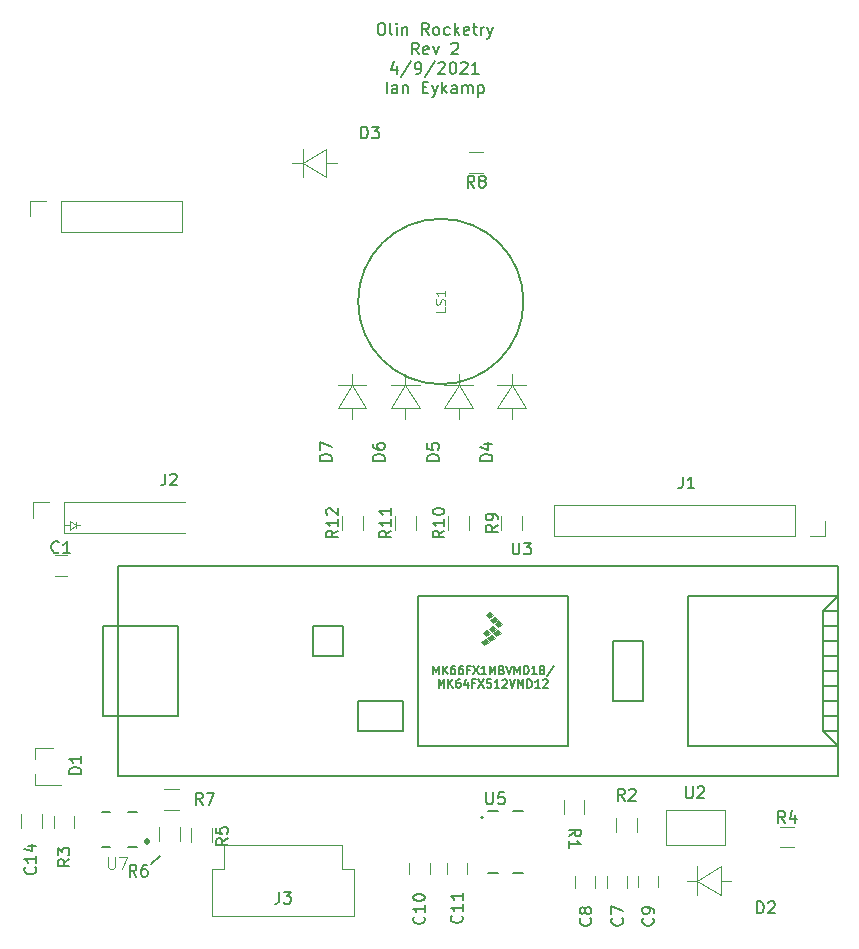
<source format=gbr>
%TF.GenerationSoftware,KiCad,Pcbnew,(5.1.7)-1*%
%TF.CreationDate,2021-04-25T20:49:28-04:00*%
%TF.ProjectId,rev2,72657632-2e6b-4696-9361-645f70636258,rev?*%
%TF.SameCoordinates,Original*%
%TF.FileFunction,Legend,Top*%
%TF.FilePolarity,Positive*%
%FSLAX46Y46*%
G04 Gerber Fmt 4.6, Leading zero omitted, Abs format (unit mm)*
G04 Created by KiCad (PCBNEW (5.1.7)-1) date 2021-04-25 20:49:28*
%MOMM*%
%LPD*%
G01*
G04 APERTURE LIST*
%ADD10C,0.200000*%
%ADD11C,0.508000*%
%ADD12C,0.120000*%
%ADD13C,0.150000*%
%ADD14C,0.127000*%
%ADD15C,0.100000*%
%ADD16C,0.015000*%
G04 APERTURE END LIST*
D10*
X117000000Y-111400000D02*
X117700000Y-110700000D01*
D11*
X116600000Y-109400000D02*
X116600000Y-109500000D01*
D12*
X110606840Y-82687160D02*
X110987840Y-82687160D01*
X109717840Y-82687160D02*
X110098840Y-82687160D01*
X110606840Y-82433160D02*
X110606840Y-82941160D01*
X110606840Y-82687160D02*
X110098840Y-82306160D01*
X110098840Y-83068160D02*
X110606840Y-82687160D01*
X110098840Y-82306160D02*
X110098840Y-83068160D01*
D13*
X136380952Y-40177380D02*
X136571428Y-40177380D01*
X136666666Y-40225000D01*
X136761904Y-40320238D01*
X136809523Y-40510714D01*
X136809523Y-40844047D01*
X136761904Y-41034523D01*
X136666666Y-41129761D01*
X136571428Y-41177380D01*
X136380952Y-41177380D01*
X136285714Y-41129761D01*
X136190476Y-41034523D01*
X136142857Y-40844047D01*
X136142857Y-40510714D01*
X136190476Y-40320238D01*
X136285714Y-40225000D01*
X136380952Y-40177380D01*
X137380952Y-41177380D02*
X137285714Y-41129761D01*
X137238095Y-41034523D01*
X137238095Y-40177380D01*
X137761904Y-41177380D02*
X137761904Y-40510714D01*
X137761904Y-40177380D02*
X137714285Y-40225000D01*
X137761904Y-40272619D01*
X137809523Y-40225000D01*
X137761904Y-40177380D01*
X137761904Y-40272619D01*
X138238095Y-40510714D02*
X138238095Y-41177380D01*
X138238095Y-40605952D02*
X138285714Y-40558333D01*
X138380952Y-40510714D01*
X138523809Y-40510714D01*
X138619047Y-40558333D01*
X138666666Y-40653571D01*
X138666666Y-41177380D01*
X140476190Y-41177380D02*
X140142857Y-40701190D01*
X139904761Y-41177380D02*
X139904761Y-40177380D01*
X140285714Y-40177380D01*
X140380952Y-40225000D01*
X140428571Y-40272619D01*
X140476190Y-40367857D01*
X140476190Y-40510714D01*
X140428571Y-40605952D01*
X140380952Y-40653571D01*
X140285714Y-40701190D01*
X139904761Y-40701190D01*
X141047619Y-41177380D02*
X140952380Y-41129761D01*
X140904761Y-41082142D01*
X140857142Y-40986904D01*
X140857142Y-40701190D01*
X140904761Y-40605952D01*
X140952380Y-40558333D01*
X141047619Y-40510714D01*
X141190476Y-40510714D01*
X141285714Y-40558333D01*
X141333333Y-40605952D01*
X141380952Y-40701190D01*
X141380952Y-40986904D01*
X141333333Y-41082142D01*
X141285714Y-41129761D01*
X141190476Y-41177380D01*
X141047619Y-41177380D01*
X142238095Y-41129761D02*
X142142857Y-41177380D01*
X141952380Y-41177380D01*
X141857142Y-41129761D01*
X141809523Y-41082142D01*
X141761904Y-40986904D01*
X141761904Y-40701190D01*
X141809523Y-40605952D01*
X141857142Y-40558333D01*
X141952380Y-40510714D01*
X142142857Y-40510714D01*
X142238095Y-40558333D01*
X142666666Y-41177380D02*
X142666666Y-40177380D01*
X142761904Y-40796428D02*
X143047619Y-41177380D01*
X143047619Y-40510714D02*
X142666666Y-40891666D01*
X143857142Y-41129761D02*
X143761904Y-41177380D01*
X143571428Y-41177380D01*
X143476190Y-41129761D01*
X143428571Y-41034523D01*
X143428571Y-40653571D01*
X143476190Y-40558333D01*
X143571428Y-40510714D01*
X143761904Y-40510714D01*
X143857142Y-40558333D01*
X143904761Y-40653571D01*
X143904761Y-40748809D01*
X143428571Y-40844047D01*
X144190476Y-40510714D02*
X144571428Y-40510714D01*
X144333333Y-40177380D02*
X144333333Y-41034523D01*
X144380952Y-41129761D01*
X144476190Y-41177380D01*
X144571428Y-41177380D01*
X144904761Y-41177380D02*
X144904761Y-40510714D01*
X144904761Y-40701190D02*
X144952380Y-40605952D01*
X145000000Y-40558333D01*
X145095238Y-40510714D01*
X145190476Y-40510714D01*
X145428571Y-40510714D02*
X145666666Y-41177380D01*
X145904761Y-40510714D02*
X145666666Y-41177380D01*
X145571428Y-41415476D01*
X145523809Y-41463095D01*
X145428571Y-41510714D01*
X139642857Y-42827380D02*
X139309523Y-42351190D01*
X139071428Y-42827380D02*
X139071428Y-41827380D01*
X139452380Y-41827380D01*
X139547619Y-41875000D01*
X139595238Y-41922619D01*
X139642857Y-42017857D01*
X139642857Y-42160714D01*
X139595238Y-42255952D01*
X139547619Y-42303571D01*
X139452380Y-42351190D01*
X139071428Y-42351190D01*
X140452380Y-42779761D02*
X140357142Y-42827380D01*
X140166666Y-42827380D01*
X140071428Y-42779761D01*
X140023809Y-42684523D01*
X140023809Y-42303571D01*
X140071428Y-42208333D01*
X140166666Y-42160714D01*
X140357142Y-42160714D01*
X140452380Y-42208333D01*
X140500000Y-42303571D01*
X140500000Y-42398809D01*
X140023809Y-42494047D01*
X140833333Y-42160714D02*
X141071428Y-42827380D01*
X141309523Y-42160714D01*
X142404761Y-41922619D02*
X142452380Y-41875000D01*
X142547619Y-41827380D01*
X142785714Y-41827380D01*
X142880952Y-41875000D01*
X142928571Y-41922619D01*
X142976190Y-42017857D01*
X142976190Y-42113095D01*
X142928571Y-42255952D01*
X142357142Y-42827380D01*
X142976190Y-42827380D01*
X137761904Y-43810714D02*
X137761904Y-44477380D01*
X137523809Y-43429761D02*
X137285714Y-44144047D01*
X137904761Y-44144047D01*
X139000000Y-43429761D02*
X138142857Y-44715476D01*
X139380952Y-44477380D02*
X139571428Y-44477380D01*
X139666666Y-44429761D01*
X139714285Y-44382142D01*
X139809523Y-44239285D01*
X139857142Y-44048809D01*
X139857142Y-43667857D01*
X139809523Y-43572619D01*
X139761904Y-43525000D01*
X139666666Y-43477380D01*
X139476190Y-43477380D01*
X139380952Y-43525000D01*
X139333333Y-43572619D01*
X139285714Y-43667857D01*
X139285714Y-43905952D01*
X139333333Y-44001190D01*
X139380952Y-44048809D01*
X139476190Y-44096428D01*
X139666666Y-44096428D01*
X139761904Y-44048809D01*
X139809523Y-44001190D01*
X139857142Y-43905952D01*
X141000000Y-43429761D02*
X140142857Y-44715476D01*
X141285714Y-43572619D02*
X141333333Y-43525000D01*
X141428571Y-43477380D01*
X141666666Y-43477380D01*
X141761904Y-43525000D01*
X141809523Y-43572619D01*
X141857142Y-43667857D01*
X141857142Y-43763095D01*
X141809523Y-43905952D01*
X141238095Y-44477380D01*
X141857142Y-44477380D01*
X142476190Y-43477380D02*
X142571428Y-43477380D01*
X142666666Y-43525000D01*
X142714285Y-43572619D01*
X142761904Y-43667857D01*
X142809523Y-43858333D01*
X142809523Y-44096428D01*
X142761904Y-44286904D01*
X142714285Y-44382142D01*
X142666666Y-44429761D01*
X142571428Y-44477380D01*
X142476190Y-44477380D01*
X142380952Y-44429761D01*
X142333333Y-44382142D01*
X142285714Y-44286904D01*
X142238095Y-44096428D01*
X142238095Y-43858333D01*
X142285714Y-43667857D01*
X142333333Y-43572619D01*
X142380952Y-43525000D01*
X142476190Y-43477380D01*
X143190476Y-43572619D02*
X143238095Y-43525000D01*
X143333333Y-43477380D01*
X143571428Y-43477380D01*
X143666666Y-43525000D01*
X143714285Y-43572619D01*
X143761904Y-43667857D01*
X143761904Y-43763095D01*
X143714285Y-43905952D01*
X143142857Y-44477380D01*
X143761904Y-44477380D01*
X144714285Y-44477380D02*
X144142857Y-44477380D01*
X144428571Y-44477380D02*
X144428571Y-43477380D01*
X144333333Y-43620238D01*
X144238095Y-43715476D01*
X144142857Y-43763095D01*
X136904761Y-46127380D02*
X136904761Y-45127380D01*
X137809523Y-46127380D02*
X137809523Y-45603571D01*
X137761904Y-45508333D01*
X137666666Y-45460714D01*
X137476190Y-45460714D01*
X137380952Y-45508333D01*
X137809523Y-46079761D02*
X137714285Y-46127380D01*
X137476190Y-46127380D01*
X137380952Y-46079761D01*
X137333333Y-45984523D01*
X137333333Y-45889285D01*
X137380952Y-45794047D01*
X137476190Y-45746428D01*
X137714285Y-45746428D01*
X137809523Y-45698809D01*
X138285714Y-45460714D02*
X138285714Y-46127380D01*
X138285714Y-45555952D02*
X138333333Y-45508333D01*
X138428571Y-45460714D01*
X138571428Y-45460714D01*
X138666666Y-45508333D01*
X138714285Y-45603571D01*
X138714285Y-46127380D01*
X139952380Y-45603571D02*
X140285714Y-45603571D01*
X140428571Y-46127380D02*
X139952380Y-46127380D01*
X139952380Y-45127380D01*
X140428571Y-45127380D01*
X140761904Y-45460714D02*
X141000000Y-46127380D01*
X141238095Y-45460714D02*
X141000000Y-46127380D01*
X140904761Y-46365476D01*
X140857142Y-46413095D01*
X140761904Y-46460714D01*
X141619047Y-46127380D02*
X141619047Y-45127380D01*
X141714285Y-45746428D02*
X142000000Y-46127380D01*
X142000000Y-45460714D02*
X141619047Y-45841666D01*
X142857142Y-46127380D02*
X142857142Y-45603571D01*
X142809523Y-45508333D01*
X142714285Y-45460714D01*
X142523809Y-45460714D01*
X142428571Y-45508333D01*
X142857142Y-46079761D02*
X142761904Y-46127380D01*
X142523809Y-46127380D01*
X142428571Y-46079761D01*
X142380952Y-45984523D01*
X142380952Y-45889285D01*
X142428571Y-45794047D01*
X142523809Y-45746428D01*
X142761904Y-45746428D01*
X142857142Y-45698809D01*
X143333333Y-46127380D02*
X143333333Y-45460714D01*
X143333333Y-45555952D02*
X143380952Y-45508333D01*
X143476190Y-45460714D01*
X143619047Y-45460714D01*
X143714285Y-45508333D01*
X143761904Y-45603571D01*
X143761904Y-46127380D01*
X143761904Y-45603571D02*
X143809523Y-45508333D01*
X143904761Y-45460714D01*
X144047619Y-45460714D01*
X144142857Y-45508333D01*
X144190476Y-45603571D01*
X144190476Y-46127380D01*
X144666666Y-45460714D02*
X144666666Y-46460714D01*
X144666666Y-45508333D02*
X144761904Y-45460714D01*
X144952380Y-45460714D01*
X145047619Y-45508333D01*
X145095238Y-45555952D01*
X145142857Y-45651190D01*
X145142857Y-45936904D01*
X145095238Y-46032142D01*
X145047619Y-46079761D01*
X144952380Y-46127380D01*
X144761904Y-46127380D01*
X144666666Y-46079761D01*
D12*
%TO.C,J3*%
X122150000Y-111775000D02*
X122150000Y-115775000D01*
X123150000Y-111775000D02*
X122150000Y-111775000D01*
X123150000Y-109775000D02*
X123150000Y-111775000D01*
X133150000Y-109775000D02*
X123150000Y-109775000D01*
X133150000Y-111775000D02*
X133150000Y-109775000D01*
X134150000Y-111775000D02*
X133150000Y-111775000D01*
X134150000Y-115775000D02*
X134150000Y-111775000D01*
X122150000Y-115775000D02*
X134150000Y-115775000D01*
%TO.C,D2*%
X165210000Y-113976000D02*
X165210000Y-112776000D01*
X163210000Y-112776000D02*
X165210000Y-113976000D01*
X165210000Y-111576000D02*
X163210000Y-112776000D01*
X165210000Y-112776000D02*
X165210000Y-111576000D01*
X163210000Y-111576000D02*
X163210000Y-113976000D01*
X163210000Y-112776000D02*
X162310000Y-112776000D01*
X165210000Y-112776000D02*
X166110000Y-112776000D01*
%TO.C,D3*%
X131800000Y-53200000D02*
X131800000Y-52000000D01*
X129800000Y-52000000D02*
X131800000Y-53200000D01*
X131800000Y-50800000D02*
X129800000Y-52000000D01*
X131800000Y-52000000D02*
X131800000Y-50800000D01*
X129800000Y-50800000D02*
X129800000Y-53200000D01*
X129800000Y-52000000D02*
X128900000Y-52000000D01*
X131800000Y-52000000D02*
X132700000Y-52000000D01*
%TO.C,D4*%
X146300000Y-72800000D02*
X147500000Y-72800000D01*
X147500000Y-70800000D02*
X146300000Y-72800000D01*
X148700000Y-72800000D02*
X147500000Y-70800000D01*
X147500000Y-72800000D02*
X148700000Y-72800000D01*
X148700000Y-70800000D02*
X146300000Y-70800000D01*
X147500000Y-70800000D02*
X147500000Y-69900000D01*
X147500000Y-72800000D02*
X147500000Y-73700000D01*
%TO.C,D5*%
X141800000Y-72800000D02*
X143000000Y-72800000D01*
X143000000Y-70800000D02*
X141800000Y-72800000D01*
X144200000Y-72800000D02*
X143000000Y-70800000D01*
X143000000Y-72800000D02*
X144200000Y-72800000D01*
X144200000Y-70800000D02*
X141800000Y-70800000D01*
X143000000Y-70800000D02*
X143000000Y-69900000D01*
X143000000Y-72800000D02*
X143000000Y-73700000D01*
%TO.C,D6*%
X137300000Y-72800000D02*
X138500000Y-72800000D01*
X138500000Y-70800000D02*
X137300000Y-72800000D01*
X139700000Y-72800000D02*
X138500000Y-70800000D01*
X138500000Y-72800000D02*
X139700000Y-72800000D01*
X139700000Y-70800000D02*
X137300000Y-70800000D01*
X138500000Y-70800000D02*
X138500000Y-69900000D01*
X138500000Y-72800000D02*
X138500000Y-73700000D01*
%TO.C,D7*%
X132800000Y-72800000D02*
X134000000Y-72800000D01*
X134000000Y-70800000D02*
X132800000Y-72800000D01*
X135200000Y-72800000D02*
X134000000Y-70800000D01*
X134000000Y-72800000D02*
X135200000Y-72800000D01*
X135200000Y-70800000D02*
X132800000Y-70800000D01*
X134000000Y-70800000D02*
X134000000Y-69900000D01*
X134000000Y-72800000D02*
X134000000Y-73700000D01*
D14*
%TO.C,LS1*%
X148500000Y-63750000D02*
G75*
G03*
X148500000Y-63750000I-7000000J0D01*
G01*
D12*
%TO.C,C7*%
X157232720Y-112377600D02*
X157232720Y-113377600D01*
X155532720Y-113377600D02*
X155532720Y-112377600D01*
%TO.C,C8*%
X152858100Y-113390300D02*
X152858100Y-112390300D01*
X154558100Y-112390300D02*
X154558100Y-113390300D01*
%TO.C,C9*%
X158214960Y-113367440D02*
X158214960Y-112367440D01*
X159914960Y-112367440D02*
X159914960Y-113367440D01*
%TO.C,R1*%
X151901000Y-105953000D02*
X151901000Y-107153000D01*
X153661000Y-107153000D02*
X153661000Y-105953000D01*
%TO.C,R2*%
X158106000Y-108677000D02*
X158106000Y-107477000D01*
X156346000Y-107477000D02*
X156346000Y-108677000D01*
%TO.C,U2*%
X165529900Y-106792900D02*
X160529900Y-106792900D01*
X165529900Y-109792900D02*
X165529900Y-106792900D01*
X160529900Y-109792900D02*
X165529900Y-109792900D01*
X160529900Y-106792900D02*
X160529900Y-109792900D01*
D15*
%TO.C,U3*%
G36*
X145923000Y-91186000D02*
G01*
X146177000Y-91440000D01*
X145796000Y-91694000D01*
X145542000Y-91440000D01*
X145923000Y-91186000D01*
G37*
X145923000Y-91186000D02*
X146177000Y-91440000D01*
X145796000Y-91694000D01*
X145542000Y-91440000D01*
X145923000Y-91186000D01*
G36*
X146050000Y-90424000D02*
G01*
X146304000Y-90678000D01*
X145923000Y-90932000D01*
X145669000Y-90678000D01*
X146050000Y-90424000D01*
G37*
X146050000Y-90424000D02*
X146304000Y-90678000D01*
X145923000Y-90932000D01*
X145669000Y-90678000D01*
X146050000Y-90424000D01*
G36*
X146304000Y-91567000D02*
G01*
X146558000Y-91821000D01*
X146177000Y-92075000D01*
X145923000Y-91821000D01*
X146304000Y-91567000D01*
G37*
X146304000Y-91567000D02*
X146558000Y-91821000D01*
X146177000Y-92075000D01*
X145923000Y-91821000D01*
X146304000Y-91567000D01*
G36*
X145796000Y-91948000D02*
G01*
X146050000Y-92202000D01*
X145669000Y-92456000D01*
X145415000Y-92202000D01*
X145796000Y-91948000D01*
G37*
X145796000Y-91948000D02*
X146050000Y-92202000D01*
X145669000Y-92456000D01*
X145415000Y-92202000D01*
X145796000Y-91948000D01*
G36*
X146431000Y-90805000D02*
G01*
X146685000Y-91059000D01*
X146304000Y-91313000D01*
X146050000Y-91059000D01*
X146431000Y-90805000D01*
G37*
X146431000Y-90805000D02*
X146685000Y-91059000D01*
X146304000Y-91313000D01*
X146050000Y-91059000D01*
X146431000Y-90805000D01*
G36*
X145288000Y-92329000D02*
G01*
X145542000Y-92583000D01*
X145161000Y-92837000D01*
X144907000Y-92583000D01*
X145288000Y-92329000D01*
G37*
X145288000Y-92329000D02*
X145542000Y-92583000D01*
X145161000Y-92837000D01*
X144907000Y-92583000D01*
X145288000Y-92329000D01*
G36*
X145415000Y-91567000D02*
G01*
X145669000Y-91821000D01*
X145288000Y-92075000D01*
X145034000Y-91821000D01*
X145415000Y-91567000D01*
G37*
X145415000Y-91567000D02*
X145669000Y-91821000D01*
X145288000Y-92075000D01*
X145034000Y-91821000D01*
X145415000Y-91567000D01*
G36*
X145669000Y-90043000D02*
G01*
X145923000Y-90297000D01*
X145542000Y-90551000D01*
X145288000Y-90297000D01*
X145669000Y-90043000D01*
G37*
X145669000Y-90043000D02*
X145923000Y-90297000D01*
X145542000Y-90551000D01*
X145288000Y-90297000D01*
X145669000Y-90043000D01*
D13*
X114173000Y-103886000D02*
X114173000Y-86106000D01*
X175133000Y-86106000D02*
X175133000Y-103886000D01*
X156083000Y-92456000D02*
X158623000Y-92456000D01*
X156083000Y-97536000D02*
X156083000Y-92456000D01*
X158623000Y-97536000D02*
X156083000Y-97536000D01*
X158623000Y-92456000D02*
X158623000Y-97536000D01*
X119253000Y-98806000D02*
X114173000Y-98806000D01*
X119253000Y-91186000D02*
X114173000Y-91186000D01*
X119253000Y-98806000D02*
X119253000Y-91186000D01*
X112903000Y-91186000D02*
X114173000Y-91186000D01*
X112903000Y-98806000D02*
X112903000Y-91186000D01*
X114173000Y-98806000D02*
X112903000Y-98806000D01*
X114173000Y-103886000D02*
X175133000Y-103886000D01*
X175133000Y-86106000D02*
X114173000Y-86106000D01*
X162433000Y-101346000D02*
X175133000Y-101346000D01*
X162433000Y-88646000D02*
X162433000Y-101346000D01*
X175133000Y-88646000D02*
X162433000Y-88646000D01*
X173863000Y-89916000D02*
X175133000Y-88646000D01*
X173863000Y-100076000D02*
X173863000Y-89916000D01*
X175133000Y-101346000D02*
X173863000Y-100076000D01*
X173863000Y-89916000D02*
X175133000Y-89916000D01*
X173863000Y-91186000D02*
X175133000Y-91186000D01*
X173863000Y-92456000D02*
X175133000Y-92456000D01*
X173863000Y-93726000D02*
X175133000Y-93726000D01*
X173863000Y-94996000D02*
X175133000Y-94996000D01*
X173863000Y-96266000D02*
X175133000Y-96266000D01*
X173863000Y-97536000D02*
X175133000Y-97536000D01*
X173863000Y-98806000D02*
X175133000Y-98806000D01*
X173863000Y-100076000D02*
X175133000Y-100076000D01*
X139573000Y-88646000D02*
X152273000Y-88646000D01*
X139573000Y-101346000D02*
X152273000Y-101346000D01*
X139573000Y-88646000D02*
X139573000Y-101346000D01*
X152273000Y-101346000D02*
X152273000Y-88646000D01*
X138303000Y-97536000D02*
X138303000Y-100076000D01*
X134493000Y-97536000D02*
X138303000Y-97536000D01*
X134493000Y-100076000D02*
X134493000Y-97536000D01*
X138303000Y-100076000D02*
X134493000Y-100076000D01*
X133223000Y-91186000D02*
X130683000Y-91186000D01*
X133223000Y-93726000D02*
X133223000Y-91186000D01*
X130683000Y-93726000D02*
X133223000Y-93726000D01*
X130683000Y-91186000D02*
X130683000Y-93726000D01*
D12*
%TO.C,C10*%
X140550000Y-112260000D02*
X140550000Y-111260000D01*
X138850000Y-111260000D02*
X138850000Y-112260000D01*
%TO.C,C11*%
X142025000Y-111260000D02*
X142025000Y-112260000D01*
X143725000Y-112260000D02*
X143725000Y-111260000D01*
D10*
%TO.C,U5*%
X145102500Y-107437500D02*
G75*
G03*
X145102500Y-107437500I-100000J0D01*
G01*
D14*
X147622500Y-112156500D02*
X148502500Y-112156500D01*
X145502500Y-112156500D02*
X146382500Y-112156500D01*
X147622500Y-106918500D02*
X148502500Y-106918500D01*
X145502500Y-106918500D02*
X146382500Y-106918500D01*
D12*
%TO.C,J2*%
X109601000Y-83372000D02*
X109601000Y-80712000D01*
X109601000Y-83372000D02*
X119821000Y-83372000D01*
X109601000Y-80712000D02*
X119821000Y-80712000D01*
X107001000Y-80712000D02*
X108331000Y-80712000D01*
X107001000Y-82042000D02*
X107001000Y-80712000D01*
X106747000Y-56540400D02*
X106747000Y-55210400D01*
X106747000Y-55210400D02*
X108077000Y-55210400D01*
X109347000Y-55210400D02*
X119567000Y-55210400D01*
X119567000Y-57870400D02*
X119567000Y-55210400D01*
X109347000Y-57870400D02*
X119567000Y-57870400D01*
X109347000Y-57870400D02*
X109347000Y-55210400D01*
%TO.C,J1*%
X171450000Y-80966000D02*
X171450000Y-83626000D01*
X171450000Y-80966000D02*
X151070000Y-80966000D01*
X151070000Y-80966000D02*
X151070000Y-83626000D01*
X171450000Y-83626000D02*
X151070000Y-83626000D01*
X174050000Y-83626000D02*
X172720000Y-83626000D01*
X174050000Y-82296000D02*
X174050000Y-83626000D01*
%TO.C,R5*%
X120356740Y-109512660D02*
X120356740Y-108312660D01*
X122116740Y-108312660D02*
X122116740Y-109512660D01*
%TO.C,C14*%
X110440840Y-108302680D02*
X110440840Y-107302680D01*
X108740840Y-107302680D02*
X108740840Y-108302680D01*
%TO.C,R6*%
X119424340Y-108261860D02*
X119424340Y-109461860D01*
X117664340Y-109461860D02*
X117664340Y-108261860D01*
%TO.C,R7*%
X119304360Y-106792920D02*
X118104360Y-106792920D01*
X118104360Y-105032920D02*
X119304360Y-105032920D01*
D10*
%TO.C,U7*%
X116707140Y-109430460D02*
G75*
G03*
X116707140Y-109430460I-100000J0D01*
G01*
D14*
X115777140Y-109955460D02*
X115037140Y-109955460D01*
X113517140Y-109955460D02*
X112777140Y-109955460D01*
X115777140Y-106955460D02*
X115037140Y-106955460D01*
X113517140Y-106955460D02*
X112777140Y-106955460D01*
D12*
%TO.C,C1*%
X108821600Y-86956000D02*
X109821600Y-86956000D01*
X109821600Y-85256000D02*
X108821600Y-85256000D01*
%TO.C,D1*%
X107174760Y-101528760D02*
X107174760Y-102458760D01*
X107174760Y-104688760D02*
X107174760Y-103758760D01*
X107174760Y-104688760D02*
X109334760Y-104688760D01*
X107174760Y-101528760D02*
X108634760Y-101528760D01*
%TO.C,R3*%
X107732720Y-107146800D02*
X107732720Y-108346800D01*
X105972720Y-108346800D02*
X105972720Y-107146800D01*
%TO.C,R4*%
X170215000Y-108213000D02*
X171415000Y-108213000D01*
X171415000Y-109973000D02*
X170215000Y-109973000D01*
%TO.C,R8*%
X143900000Y-51120000D02*
X145100000Y-51120000D01*
X145100000Y-52880000D02*
X143900000Y-52880000D01*
%TO.C,R9*%
X146620000Y-83100000D02*
X146620000Y-81900000D01*
X148380000Y-81900000D02*
X148380000Y-83100000D01*
%TO.C,R10*%
X143880000Y-81900000D02*
X143880000Y-83100000D01*
X142120000Y-83100000D02*
X142120000Y-81900000D01*
%TO.C,R11*%
X137620000Y-83100000D02*
X137620000Y-81900000D01*
X139380000Y-81900000D02*
X139380000Y-83100000D01*
%TO.C,R12*%
X134880000Y-81900000D02*
X134880000Y-83100000D01*
X133120000Y-83100000D02*
X133120000Y-81900000D01*
%TO.C,J3*%
D13*
X127816666Y-113727380D02*
X127816666Y-114441666D01*
X127769047Y-114584523D01*
X127673809Y-114679761D01*
X127530952Y-114727380D01*
X127435714Y-114727380D01*
X128197619Y-113727380D02*
X128816666Y-113727380D01*
X128483333Y-114108333D01*
X128626190Y-114108333D01*
X128721428Y-114155952D01*
X128769047Y-114203571D01*
X128816666Y-114298809D01*
X128816666Y-114536904D01*
X128769047Y-114632142D01*
X128721428Y-114679761D01*
X128626190Y-114727380D01*
X128340476Y-114727380D01*
X128245238Y-114679761D01*
X128197619Y-114632142D01*
%TO.C,D2*%
X168261904Y-115552380D02*
X168261904Y-114552380D01*
X168500000Y-114552380D01*
X168642857Y-114600000D01*
X168738095Y-114695238D01*
X168785714Y-114790476D01*
X168833333Y-114980952D01*
X168833333Y-115123809D01*
X168785714Y-115314285D01*
X168738095Y-115409523D01*
X168642857Y-115504761D01*
X168500000Y-115552380D01*
X168261904Y-115552380D01*
X169214285Y-114647619D02*
X169261904Y-114600000D01*
X169357142Y-114552380D01*
X169595238Y-114552380D01*
X169690476Y-114600000D01*
X169738095Y-114647619D01*
X169785714Y-114742857D01*
X169785714Y-114838095D01*
X169738095Y-114980952D01*
X169166666Y-115552380D01*
X169785714Y-115552380D01*
%TO.C,D3*%
X134761904Y-49952380D02*
X134761904Y-48952380D01*
X135000000Y-48952380D01*
X135142857Y-49000000D01*
X135238095Y-49095238D01*
X135285714Y-49190476D01*
X135333333Y-49380952D01*
X135333333Y-49523809D01*
X135285714Y-49714285D01*
X135238095Y-49809523D01*
X135142857Y-49904761D01*
X135000000Y-49952380D01*
X134761904Y-49952380D01*
X135666666Y-48952380D02*
X136285714Y-48952380D01*
X135952380Y-49333333D01*
X136095238Y-49333333D01*
X136190476Y-49380952D01*
X136238095Y-49428571D01*
X136285714Y-49523809D01*
X136285714Y-49761904D01*
X136238095Y-49857142D01*
X136190476Y-49904761D01*
X136095238Y-49952380D01*
X135809523Y-49952380D01*
X135714285Y-49904761D01*
X135666666Y-49857142D01*
%TO.C,D4*%
X145852380Y-77238095D02*
X144852380Y-77238095D01*
X144852380Y-77000000D01*
X144900000Y-76857142D01*
X144995238Y-76761904D01*
X145090476Y-76714285D01*
X145280952Y-76666666D01*
X145423809Y-76666666D01*
X145614285Y-76714285D01*
X145709523Y-76761904D01*
X145804761Y-76857142D01*
X145852380Y-77000000D01*
X145852380Y-77238095D01*
X145185714Y-75809523D02*
X145852380Y-75809523D01*
X144804761Y-76047619D02*
X145519047Y-76285714D01*
X145519047Y-75666666D01*
%TO.C,D5*%
X141352380Y-77238095D02*
X140352380Y-77238095D01*
X140352380Y-77000000D01*
X140400000Y-76857142D01*
X140495238Y-76761904D01*
X140590476Y-76714285D01*
X140780952Y-76666666D01*
X140923809Y-76666666D01*
X141114285Y-76714285D01*
X141209523Y-76761904D01*
X141304761Y-76857142D01*
X141352380Y-77000000D01*
X141352380Y-77238095D01*
X140352380Y-75761904D02*
X140352380Y-76238095D01*
X140828571Y-76285714D01*
X140780952Y-76238095D01*
X140733333Y-76142857D01*
X140733333Y-75904761D01*
X140780952Y-75809523D01*
X140828571Y-75761904D01*
X140923809Y-75714285D01*
X141161904Y-75714285D01*
X141257142Y-75761904D01*
X141304761Y-75809523D01*
X141352380Y-75904761D01*
X141352380Y-76142857D01*
X141304761Y-76238095D01*
X141257142Y-76285714D01*
%TO.C,D6*%
X136752380Y-77238095D02*
X135752380Y-77238095D01*
X135752380Y-77000000D01*
X135800000Y-76857142D01*
X135895238Y-76761904D01*
X135990476Y-76714285D01*
X136180952Y-76666666D01*
X136323809Y-76666666D01*
X136514285Y-76714285D01*
X136609523Y-76761904D01*
X136704761Y-76857142D01*
X136752380Y-77000000D01*
X136752380Y-77238095D01*
X135752380Y-75809523D02*
X135752380Y-76000000D01*
X135800000Y-76095238D01*
X135847619Y-76142857D01*
X135990476Y-76238095D01*
X136180952Y-76285714D01*
X136561904Y-76285714D01*
X136657142Y-76238095D01*
X136704761Y-76190476D01*
X136752380Y-76095238D01*
X136752380Y-75904761D01*
X136704761Y-75809523D01*
X136657142Y-75761904D01*
X136561904Y-75714285D01*
X136323809Y-75714285D01*
X136228571Y-75761904D01*
X136180952Y-75809523D01*
X136133333Y-75904761D01*
X136133333Y-76095238D01*
X136180952Y-76190476D01*
X136228571Y-76238095D01*
X136323809Y-76285714D01*
%TO.C,D7*%
X132252380Y-77238095D02*
X131252380Y-77238095D01*
X131252380Y-77000000D01*
X131300000Y-76857142D01*
X131395238Y-76761904D01*
X131490476Y-76714285D01*
X131680952Y-76666666D01*
X131823809Y-76666666D01*
X132014285Y-76714285D01*
X132109523Y-76761904D01*
X132204761Y-76857142D01*
X132252380Y-77000000D01*
X132252380Y-77238095D01*
X131252380Y-76333333D02*
X131252380Y-75666666D01*
X132252380Y-76095238D01*
%TO.C,LS1*%
D16*
X141856205Y-64256187D02*
X141856205Y-64631140D01*
X141068803Y-64631140D01*
X141818710Y-64031215D02*
X141856205Y-63918729D01*
X141856205Y-63731252D01*
X141818710Y-63656261D01*
X141781215Y-63618766D01*
X141706224Y-63581271D01*
X141631233Y-63581271D01*
X141556243Y-63618766D01*
X141518747Y-63656261D01*
X141481252Y-63731252D01*
X141443757Y-63881233D01*
X141406261Y-63956224D01*
X141368766Y-63993719D01*
X141293775Y-64031215D01*
X141218785Y-64031215D01*
X141143794Y-63993719D01*
X141106299Y-63956224D01*
X141068803Y-63881233D01*
X141068803Y-63693757D01*
X141106299Y-63581271D01*
X141856205Y-62831364D02*
X141856205Y-63281308D01*
X141856205Y-63056336D02*
X141068803Y-63056336D01*
X141181289Y-63131327D01*
X141256280Y-63206317D01*
X141293775Y-63281308D01*
%TO.C,C7*%
D13*
X156857142Y-115966666D02*
X156904761Y-116014285D01*
X156952380Y-116157142D01*
X156952380Y-116252380D01*
X156904761Y-116395238D01*
X156809523Y-116490476D01*
X156714285Y-116538095D01*
X156523809Y-116585714D01*
X156380952Y-116585714D01*
X156190476Y-116538095D01*
X156095238Y-116490476D01*
X156000000Y-116395238D01*
X155952380Y-116252380D01*
X155952380Y-116157142D01*
X156000000Y-116014285D01*
X156047619Y-115966666D01*
X155952380Y-115633333D02*
X155952380Y-114966666D01*
X156952380Y-115395238D01*
%TO.C,C8*%
X154157142Y-115966666D02*
X154204761Y-116014285D01*
X154252380Y-116157142D01*
X154252380Y-116252380D01*
X154204761Y-116395238D01*
X154109523Y-116490476D01*
X154014285Y-116538095D01*
X153823809Y-116585714D01*
X153680952Y-116585714D01*
X153490476Y-116538095D01*
X153395238Y-116490476D01*
X153300000Y-116395238D01*
X153252380Y-116252380D01*
X153252380Y-116157142D01*
X153300000Y-116014285D01*
X153347619Y-115966666D01*
X153680952Y-115395238D02*
X153633333Y-115490476D01*
X153585714Y-115538095D01*
X153490476Y-115585714D01*
X153442857Y-115585714D01*
X153347619Y-115538095D01*
X153300000Y-115490476D01*
X153252380Y-115395238D01*
X153252380Y-115204761D01*
X153300000Y-115109523D01*
X153347619Y-115061904D01*
X153442857Y-115014285D01*
X153490476Y-115014285D01*
X153585714Y-115061904D01*
X153633333Y-115109523D01*
X153680952Y-115204761D01*
X153680952Y-115395238D01*
X153728571Y-115490476D01*
X153776190Y-115538095D01*
X153871428Y-115585714D01*
X154061904Y-115585714D01*
X154157142Y-115538095D01*
X154204761Y-115490476D01*
X154252380Y-115395238D01*
X154252380Y-115204761D01*
X154204761Y-115109523D01*
X154157142Y-115061904D01*
X154061904Y-115014285D01*
X153871428Y-115014285D01*
X153776190Y-115061904D01*
X153728571Y-115109523D01*
X153680952Y-115204761D01*
%TO.C,C9*%
X159457142Y-115966666D02*
X159504761Y-116014285D01*
X159552380Y-116157142D01*
X159552380Y-116252380D01*
X159504761Y-116395238D01*
X159409523Y-116490476D01*
X159314285Y-116538095D01*
X159123809Y-116585714D01*
X158980952Y-116585714D01*
X158790476Y-116538095D01*
X158695238Y-116490476D01*
X158600000Y-116395238D01*
X158552380Y-116252380D01*
X158552380Y-116157142D01*
X158600000Y-116014285D01*
X158647619Y-115966666D01*
X159552380Y-115490476D02*
X159552380Y-115300000D01*
X159504761Y-115204761D01*
X159457142Y-115157142D01*
X159314285Y-115061904D01*
X159123809Y-115014285D01*
X158742857Y-115014285D01*
X158647619Y-115061904D01*
X158600000Y-115109523D01*
X158552380Y-115204761D01*
X158552380Y-115395238D01*
X158600000Y-115490476D01*
X158647619Y-115538095D01*
X158742857Y-115585714D01*
X158980952Y-115585714D01*
X159076190Y-115538095D01*
X159123809Y-115490476D01*
X159171428Y-115395238D01*
X159171428Y-115204761D01*
X159123809Y-115109523D01*
X159076190Y-115061904D01*
X158980952Y-115014285D01*
%TO.C,R1*%
X152347619Y-109033333D02*
X152823809Y-108700000D01*
X152347619Y-108461904D02*
X153347619Y-108461904D01*
X153347619Y-108842857D01*
X153300000Y-108938095D01*
X153252380Y-108985714D01*
X153157142Y-109033333D01*
X153014285Y-109033333D01*
X152919047Y-108985714D01*
X152871428Y-108938095D01*
X152823809Y-108842857D01*
X152823809Y-108461904D01*
X152347619Y-109985714D02*
X152347619Y-109414285D01*
X152347619Y-109700000D02*
X153347619Y-109700000D01*
X153204761Y-109604761D01*
X153109523Y-109509523D01*
X153061904Y-109414285D01*
%TO.C,R2*%
X157059333Y-106014780D02*
X156726000Y-105538590D01*
X156487904Y-106014780D02*
X156487904Y-105014780D01*
X156868857Y-105014780D01*
X156964095Y-105062400D01*
X157011714Y-105110019D01*
X157059333Y-105205257D01*
X157059333Y-105348114D01*
X157011714Y-105443352D01*
X156964095Y-105490971D01*
X156868857Y-105538590D01*
X156487904Y-105538590D01*
X157440285Y-105110019D02*
X157487904Y-105062400D01*
X157583142Y-105014780D01*
X157821238Y-105014780D01*
X157916476Y-105062400D01*
X157964095Y-105110019D01*
X158011714Y-105205257D01*
X158011714Y-105300495D01*
X157964095Y-105443352D01*
X157392666Y-106014780D01*
X158011714Y-106014780D01*
%TO.C,U2*%
X162255295Y-104811580D02*
X162255295Y-105621104D01*
X162302914Y-105716342D01*
X162350533Y-105763961D01*
X162445771Y-105811580D01*
X162636247Y-105811580D01*
X162731485Y-105763961D01*
X162779104Y-105716342D01*
X162826723Y-105621104D01*
X162826723Y-104811580D01*
X163255295Y-104906819D02*
X163302914Y-104859200D01*
X163398152Y-104811580D01*
X163636247Y-104811580D01*
X163731485Y-104859200D01*
X163779104Y-104906819D01*
X163826723Y-105002057D01*
X163826723Y-105097295D01*
X163779104Y-105240152D01*
X163207676Y-105811580D01*
X163826723Y-105811580D01*
%TO.C,U3*%
X147574095Y-84161380D02*
X147574095Y-84970904D01*
X147621714Y-85066142D01*
X147669333Y-85113761D01*
X147764571Y-85161380D01*
X147955047Y-85161380D01*
X148050285Y-85113761D01*
X148097904Y-85066142D01*
X148145523Y-84970904D01*
X148145523Y-84161380D01*
X148526476Y-84161380D02*
X149145523Y-84161380D01*
X148812190Y-84542333D01*
X148955047Y-84542333D01*
X149050285Y-84589952D01*
X149097904Y-84637571D01*
X149145523Y-84732809D01*
X149145523Y-84970904D01*
X149097904Y-85066142D01*
X149050285Y-85113761D01*
X148955047Y-85161380D01*
X148669333Y-85161380D01*
X148574095Y-85113761D01*
X148526476Y-85066142D01*
X140873000Y-95312666D02*
X140873000Y-94612666D01*
X141106333Y-95112666D01*
X141339666Y-94612666D01*
X141339666Y-95312666D01*
X141673000Y-95312666D02*
X141673000Y-94612666D01*
X142073000Y-95312666D02*
X141773000Y-94912666D01*
X142073000Y-94612666D02*
X141673000Y-95012666D01*
X142673000Y-94612666D02*
X142539666Y-94612666D01*
X142473000Y-94646000D01*
X142439666Y-94679333D01*
X142373000Y-94779333D01*
X142339666Y-94912666D01*
X142339666Y-95179333D01*
X142373000Y-95246000D01*
X142406333Y-95279333D01*
X142473000Y-95312666D01*
X142606333Y-95312666D01*
X142673000Y-95279333D01*
X142706333Y-95246000D01*
X142739666Y-95179333D01*
X142739666Y-95012666D01*
X142706333Y-94946000D01*
X142673000Y-94912666D01*
X142606333Y-94879333D01*
X142473000Y-94879333D01*
X142406333Y-94912666D01*
X142373000Y-94946000D01*
X142339666Y-95012666D01*
X143339666Y-94612666D02*
X143206333Y-94612666D01*
X143139666Y-94646000D01*
X143106333Y-94679333D01*
X143039666Y-94779333D01*
X143006333Y-94912666D01*
X143006333Y-95179333D01*
X143039666Y-95246000D01*
X143073000Y-95279333D01*
X143139666Y-95312666D01*
X143273000Y-95312666D01*
X143339666Y-95279333D01*
X143373000Y-95246000D01*
X143406333Y-95179333D01*
X143406333Y-95012666D01*
X143373000Y-94946000D01*
X143339666Y-94912666D01*
X143273000Y-94879333D01*
X143139666Y-94879333D01*
X143073000Y-94912666D01*
X143039666Y-94946000D01*
X143006333Y-95012666D01*
X143939666Y-94946000D02*
X143706333Y-94946000D01*
X143706333Y-95312666D02*
X143706333Y-94612666D01*
X144039666Y-94612666D01*
X144239666Y-94612666D02*
X144706333Y-95312666D01*
X144706333Y-94612666D02*
X144239666Y-95312666D01*
X145339666Y-95312666D02*
X144939666Y-95312666D01*
X145139666Y-95312666D02*
X145139666Y-94612666D01*
X145073000Y-94712666D01*
X145006333Y-94779333D01*
X144939666Y-94812666D01*
X145639666Y-95312666D02*
X145639666Y-94612666D01*
X145873000Y-95112666D01*
X146106333Y-94612666D01*
X146106333Y-95312666D01*
X146673000Y-94946000D02*
X146773000Y-94979333D01*
X146806333Y-95012666D01*
X146839666Y-95079333D01*
X146839666Y-95179333D01*
X146806333Y-95246000D01*
X146773000Y-95279333D01*
X146706333Y-95312666D01*
X146439666Y-95312666D01*
X146439666Y-94612666D01*
X146673000Y-94612666D01*
X146739666Y-94646000D01*
X146773000Y-94679333D01*
X146806333Y-94746000D01*
X146806333Y-94812666D01*
X146773000Y-94879333D01*
X146739666Y-94912666D01*
X146673000Y-94946000D01*
X146439666Y-94946000D01*
X147039666Y-94612666D02*
X147273000Y-95312666D01*
X147506333Y-94612666D01*
X147739666Y-95312666D02*
X147739666Y-94612666D01*
X147973000Y-95112666D01*
X148206333Y-94612666D01*
X148206333Y-95312666D01*
X148539666Y-95312666D02*
X148539666Y-94612666D01*
X148706333Y-94612666D01*
X148806333Y-94646000D01*
X148873000Y-94712666D01*
X148906333Y-94779333D01*
X148939666Y-94912666D01*
X148939666Y-95012666D01*
X148906333Y-95146000D01*
X148873000Y-95212666D01*
X148806333Y-95279333D01*
X148706333Y-95312666D01*
X148539666Y-95312666D01*
X149606333Y-95312666D02*
X149206333Y-95312666D01*
X149406333Y-95312666D02*
X149406333Y-94612666D01*
X149339666Y-94712666D01*
X149273000Y-94779333D01*
X149206333Y-94812666D01*
X150006333Y-94912666D02*
X149939666Y-94879333D01*
X149906333Y-94846000D01*
X149873000Y-94779333D01*
X149873000Y-94746000D01*
X149906333Y-94679333D01*
X149939666Y-94646000D01*
X150006333Y-94612666D01*
X150139666Y-94612666D01*
X150206333Y-94646000D01*
X150239666Y-94679333D01*
X150273000Y-94746000D01*
X150273000Y-94779333D01*
X150239666Y-94846000D01*
X150206333Y-94879333D01*
X150139666Y-94912666D01*
X150006333Y-94912666D01*
X149939666Y-94946000D01*
X149906333Y-94979333D01*
X149873000Y-95046000D01*
X149873000Y-95179333D01*
X149906333Y-95246000D01*
X149939666Y-95279333D01*
X150006333Y-95312666D01*
X150139666Y-95312666D01*
X150206333Y-95279333D01*
X150239666Y-95246000D01*
X150273000Y-95179333D01*
X150273000Y-95046000D01*
X150239666Y-94979333D01*
X150206333Y-94946000D01*
X150139666Y-94912666D01*
X151073000Y-94579333D02*
X150473000Y-95479333D01*
X141323000Y-96455666D02*
X141323000Y-95755666D01*
X141556333Y-96255666D01*
X141789666Y-95755666D01*
X141789666Y-96455666D01*
X142123000Y-96455666D02*
X142123000Y-95755666D01*
X142523000Y-96455666D02*
X142223000Y-96055666D01*
X142523000Y-95755666D02*
X142123000Y-96155666D01*
X143123000Y-95755666D02*
X142989666Y-95755666D01*
X142923000Y-95789000D01*
X142889666Y-95822333D01*
X142823000Y-95922333D01*
X142789666Y-96055666D01*
X142789666Y-96322333D01*
X142823000Y-96389000D01*
X142856333Y-96422333D01*
X142923000Y-96455666D01*
X143056333Y-96455666D01*
X143123000Y-96422333D01*
X143156333Y-96389000D01*
X143189666Y-96322333D01*
X143189666Y-96155666D01*
X143156333Y-96089000D01*
X143123000Y-96055666D01*
X143056333Y-96022333D01*
X142923000Y-96022333D01*
X142856333Y-96055666D01*
X142823000Y-96089000D01*
X142789666Y-96155666D01*
X143789666Y-95989000D02*
X143789666Y-96455666D01*
X143623000Y-95722333D02*
X143456333Y-96222333D01*
X143889666Y-96222333D01*
X144389666Y-96089000D02*
X144156333Y-96089000D01*
X144156333Y-96455666D02*
X144156333Y-95755666D01*
X144489666Y-95755666D01*
X144689666Y-95755666D02*
X145156333Y-96455666D01*
X145156333Y-95755666D02*
X144689666Y-96455666D01*
X145756333Y-95755666D02*
X145423000Y-95755666D01*
X145389666Y-96089000D01*
X145423000Y-96055666D01*
X145489666Y-96022333D01*
X145656333Y-96022333D01*
X145723000Y-96055666D01*
X145756333Y-96089000D01*
X145789666Y-96155666D01*
X145789666Y-96322333D01*
X145756333Y-96389000D01*
X145723000Y-96422333D01*
X145656333Y-96455666D01*
X145489666Y-96455666D01*
X145423000Y-96422333D01*
X145389666Y-96389000D01*
X146456333Y-96455666D02*
X146056333Y-96455666D01*
X146256333Y-96455666D02*
X146256333Y-95755666D01*
X146189666Y-95855666D01*
X146123000Y-95922333D01*
X146056333Y-95955666D01*
X146723000Y-95822333D02*
X146756333Y-95789000D01*
X146823000Y-95755666D01*
X146989666Y-95755666D01*
X147056333Y-95789000D01*
X147089666Y-95822333D01*
X147123000Y-95889000D01*
X147123000Y-95955666D01*
X147089666Y-96055666D01*
X146689666Y-96455666D01*
X147123000Y-96455666D01*
X147323000Y-95755666D02*
X147556333Y-96455666D01*
X147789666Y-95755666D01*
X148023000Y-96455666D02*
X148023000Y-95755666D01*
X148256333Y-96255666D01*
X148489666Y-95755666D01*
X148489666Y-96455666D01*
X148823000Y-96455666D02*
X148823000Y-95755666D01*
X148989666Y-95755666D01*
X149089666Y-95789000D01*
X149156333Y-95855666D01*
X149189666Y-95922333D01*
X149223000Y-96055666D01*
X149223000Y-96155666D01*
X149189666Y-96289000D01*
X149156333Y-96355666D01*
X149089666Y-96422333D01*
X148989666Y-96455666D01*
X148823000Y-96455666D01*
X149889666Y-96455666D02*
X149489666Y-96455666D01*
X149689666Y-96455666D02*
X149689666Y-95755666D01*
X149623000Y-95855666D01*
X149556333Y-95922333D01*
X149489666Y-95955666D01*
X150156333Y-95822333D02*
X150189666Y-95789000D01*
X150256333Y-95755666D01*
X150423000Y-95755666D01*
X150489666Y-95789000D01*
X150523000Y-95822333D01*
X150556333Y-95889000D01*
X150556333Y-95955666D01*
X150523000Y-96055666D01*
X150123000Y-96455666D01*
X150556333Y-96455666D01*
%TO.C,C10*%
X140057142Y-115842857D02*
X140104761Y-115890476D01*
X140152380Y-116033333D01*
X140152380Y-116128571D01*
X140104761Y-116271428D01*
X140009523Y-116366666D01*
X139914285Y-116414285D01*
X139723809Y-116461904D01*
X139580952Y-116461904D01*
X139390476Y-116414285D01*
X139295238Y-116366666D01*
X139200000Y-116271428D01*
X139152380Y-116128571D01*
X139152380Y-116033333D01*
X139200000Y-115890476D01*
X139247619Y-115842857D01*
X140152380Y-114890476D02*
X140152380Y-115461904D01*
X140152380Y-115176190D02*
X139152380Y-115176190D01*
X139295238Y-115271428D01*
X139390476Y-115366666D01*
X139438095Y-115461904D01*
X139152380Y-114271428D02*
X139152380Y-114176190D01*
X139200000Y-114080952D01*
X139247619Y-114033333D01*
X139342857Y-113985714D01*
X139533333Y-113938095D01*
X139771428Y-113938095D01*
X139961904Y-113985714D01*
X140057142Y-114033333D01*
X140104761Y-114080952D01*
X140152380Y-114176190D01*
X140152380Y-114271428D01*
X140104761Y-114366666D01*
X140057142Y-114414285D01*
X139961904Y-114461904D01*
X139771428Y-114509523D01*
X139533333Y-114509523D01*
X139342857Y-114461904D01*
X139247619Y-114414285D01*
X139200000Y-114366666D01*
X139152380Y-114271428D01*
%TO.C,C11*%
X143257142Y-115742857D02*
X143304761Y-115790476D01*
X143352380Y-115933333D01*
X143352380Y-116028571D01*
X143304761Y-116171428D01*
X143209523Y-116266666D01*
X143114285Y-116314285D01*
X142923809Y-116361904D01*
X142780952Y-116361904D01*
X142590476Y-116314285D01*
X142495238Y-116266666D01*
X142400000Y-116171428D01*
X142352380Y-116028571D01*
X142352380Y-115933333D01*
X142400000Y-115790476D01*
X142447619Y-115742857D01*
X143352380Y-114790476D02*
X143352380Y-115361904D01*
X143352380Y-115076190D02*
X142352380Y-115076190D01*
X142495238Y-115171428D01*
X142590476Y-115266666D01*
X142638095Y-115361904D01*
X143352380Y-113838095D02*
X143352380Y-114409523D01*
X143352380Y-114123809D02*
X142352380Y-114123809D01*
X142495238Y-114219047D01*
X142590476Y-114314285D01*
X142638095Y-114409523D01*
%TO.C,U5*%
X145351595Y-105306880D02*
X145351595Y-106116404D01*
X145399214Y-106211642D01*
X145446833Y-106259261D01*
X145542071Y-106306880D01*
X145732547Y-106306880D01*
X145827785Y-106259261D01*
X145875404Y-106211642D01*
X145923023Y-106116404D01*
X145923023Y-105306880D01*
X146875404Y-105306880D02*
X146399214Y-105306880D01*
X146351595Y-105783071D01*
X146399214Y-105735452D01*
X146494452Y-105687833D01*
X146732547Y-105687833D01*
X146827785Y-105735452D01*
X146875404Y-105783071D01*
X146923023Y-105878309D01*
X146923023Y-106116404D01*
X146875404Y-106211642D01*
X146827785Y-106259261D01*
X146732547Y-106306880D01*
X146494452Y-106306880D01*
X146399214Y-106259261D01*
X146351595Y-106211642D01*
%TO.C,J2*%
X118157666Y-78319380D02*
X118157666Y-79033666D01*
X118110047Y-79176523D01*
X118014809Y-79271761D01*
X117871952Y-79319380D01*
X117776714Y-79319380D01*
X118586238Y-78414619D02*
X118633857Y-78367000D01*
X118729095Y-78319380D01*
X118967190Y-78319380D01*
X119062428Y-78367000D01*
X119110047Y-78414619D01*
X119157666Y-78509857D01*
X119157666Y-78605095D01*
X119110047Y-78747952D01*
X118538619Y-79319380D01*
X119157666Y-79319380D01*
%TO.C,J1*%
X161972666Y-78573380D02*
X161972666Y-79287666D01*
X161925047Y-79430523D01*
X161829809Y-79525761D01*
X161686952Y-79573380D01*
X161591714Y-79573380D01*
X162972666Y-79573380D02*
X162401238Y-79573380D01*
X162686952Y-79573380D02*
X162686952Y-78573380D01*
X162591714Y-78716238D01*
X162496476Y-78811476D01*
X162401238Y-78859095D01*
%TO.C,R5*%
X123467120Y-109206326D02*
X122990930Y-109539660D01*
X123467120Y-109777755D02*
X122467120Y-109777755D01*
X122467120Y-109396802D01*
X122514740Y-109301564D01*
X122562359Y-109253945D01*
X122657597Y-109206326D01*
X122800454Y-109206326D01*
X122895692Y-109253945D01*
X122943311Y-109301564D01*
X122990930Y-109396802D01*
X122990930Y-109777755D01*
X122467120Y-108301564D02*
X122467120Y-108777755D01*
X122943311Y-108825374D01*
X122895692Y-108777755D01*
X122848073Y-108682517D01*
X122848073Y-108444421D01*
X122895692Y-108349183D01*
X122943311Y-108301564D01*
X123038549Y-108253945D01*
X123276644Y-108253945D01*
X123371882Y-108301564D01*
X123419501Y-108349183D01*
X123467120Y-108444421D01*
X123467120Y-108682517D01*
X123419501Y-108777755D01*
X123371882Y-108825374D01*
%TO.C,C14*%
X107157142Y-111642857D02*
X107204761Y-111690476D01*
X107252380Y-111833333D01*
X107252380Y-111928571D01*
X107204761Y-112071428D01*
X107109523Y-112166666D01*
X107014285Y-112214285D01*
X106823809Y-112261904D01*
X106680952Y-112261904D01*
X106490476Y-112214285D01*
X106395238Y-112166666D01*
X106300000Y-112071428D01*
X106252380Y-111928571D01*
X106252380Y-111833333D01*
X106300000Y-111690476D01*
X106347619Y-111642857D01*
X107252380Y-110690476D02*
X107252380Y-111261904D01*
X107252380Y-110976190D02*
X106252380Y-110976190D01*
X106395238Y-111071428D01*
X106490476Y-111166666D01*
X106538095Y-111261904D01*
X106585714Y-109833333D02*
X107252380Y-109833333D01*
X106204761Y-110071428D02*
X106919047Y-110309523D01*
X106919047Y-109690476D01*
%TO.C,R6*%
X115733333Y-112452380D02*
X115400000Y-111976190D01*
X115161904Y-112452380D02*
X115161904Y-111452380D01*
X115542857Y-111452380D01*
X115638095Y-111500000D01*
X115685714Y-111547619D01*
X115733333Y-111642857D01*
X115733333Y-111785714D01*
X115685714Y-111880952D01*
X115638095Y-111928571D01*
X115542857Y-111976190D01*
X115161904Y-111976190D01*
X116590476Y-111452380D02*
X116400000Y-111452380D01*
X116304761Y-111500000D01*
X116257142Y-111547619D01*
X116161904Y-111690476D01*
X116114285Y-111880952D01*
X116114285Y-112261904D01*
X116161904Y-112357142D01*
X116209523Y-112404761D01*
X116304761Y-112452380D01*
X116495238Y-112452380D01*
X116590476Y-112404761D01*
X116638095Y-112357142D01*
X116685714Y-112261904D01*
X116685714Y-112023809D01*
X116638095Y-111928571D01*
X116590476Y-111880952D01*
X116495238Y-111833333D01*
X116304761Y-111833333D01*
X116209523Y-111880952D01*
X116161904Y-111928571D01*
X116114285Y-112023809D01*
%TO.C,R7*%
X121333333Y-106352380D02*
X121000000Y-105876190D01*
X120761904Y-106352380D02*
X120761904Y-105352380D01*
X121142857Y-105352380D01*
X121238095Y-105400000D01*
X121285714Y-105447619D01*
X121333333Y-105542857D01*
X121333333Y-105685714D01*
X121285714Y-105780952D01*
X121238095Y-105828571D01*
X121142857Y-105876190D01*
X120761904Y-105876190D01*
X121666666Y-105352380D02*
X122333333Y-105352380D01*
X121904761Y-106352380D01*
%TO.C,U7*%
D16*
X113340235Y-110792840D02*
X113340235Y-111602364D01*
X113387854Y-111697602D01*
X113435473Y-111745221D01*
X113530711Y-111792840D01*
X113721187Y-111792840D01*
X113816425Y-111745221D01*
X113864044Y-111697602D01*
X113911663Y-111602364D01*
X113911663Y-110792840D01*
X114292616Y-110792840D02*
X114959282Y-110792840D01*
X114530711Y-111792840D01*
%TO.C,C1*%
D13*
X109154933Y-84963142D02*
X109107314Y-85010761D01*
X108964457Y-85058380D01*
X108869219Y-85058380D01*
X108726361Y-85010761D01*
X108631123Y-84915523D01*
X108583504Y-84820285D01*
X108535885Y-84629809D01*
X108535885Y-84486952D01*
X108583504Y-84296476D01*
X108631123Y-84201238D01*
X108726361Y-84106000D01*
X108869219Y-84058380D01*
X108964457Y-84058380D01*
X109107314Y-84106000D01*
X109154933Y-84153619D01*
X110107314Y-85058380D02*
X109535885Y-85058380D01*
X109821600Y-85058380D02*
X109821600Y-84058380D01*
X109726361Y-84201238D01*
X109631123Y-84296476D01*
X109535885Y-84344095D01*
%TO.C,D1*%
X111052380Y-103738095D02*
X110052380Y-103738095D01*
X110052380Y-103500000D01*
X110100000Y-103357142D01*
X110195238Y-103261904D01*
X110290476Y-103214285D01*
X110480952Y-103166666D01*
X110623809Y-103166666D01*
X110814285Y-103214285D01*
X110909523Y-103261904D01*
X111004761Y-103357142D01*
X111052380Y-103500000D01*
X111052380Y-103738095D01*
X111052380Y-102214285D02*
X111052380Y-102785714D01*
X111052380Y-102500000D02*
X110052380Y-102500000D01*
X110195238Y-102595238D01*
X110290476Y-102690476D01*
X110338095Y-102785714D01*
%TO.C,R3*%
X110052380Y-110966666D02*
X109576190Y-111300000D01*
X110052380Y-111538095D02*
X109052380Y-111538095D01*
X109052380Y-111157142D01*
X109100000Y-111061904D01*
X109147619Y-111014285D01*
X109242857Y-110966666D01*
X109385714Y-110966666D01*
X109480952Y-111014285D01*
X109528571Y-111061904D01*
X109576190Y-111157142D01*
X109576190Y-111538095D01*
X109052380Y-110633333D02*
X109052380Y-110014285D01*
X109433333Y-110347619D01*
X109433333Y-110204761D01*
X109480952Y-110109523D01*
X109528571Y-110061904D01*
X109623809Y-110014285D01*
X109861904Y-110014285D01*
X109957142Y-110061904D01*
X110004761Y-110109523D01*
X110052380Y-110204761D01*
X110052380Y-110490476D01*
X110004761Y-110585714D01*
X109957142Y-110633333D01*
%TO.C,R4*%
X170648333Y-107895380D02*
X170315000Y-107419190D01*
X170076904Y-107895380D02*
X170076904Y-106895380D01*
X170457857Y-106895380D01*
X170553095Y-106943000D01*
X170600714Y-106990619D01*
X170648333Y-107085857D01*
X170648333Y-107228714D01*
X170600714Y-107323952D01*
X170553095Y-107371571D01*
X170457857Y-107419190D01*
X170076904Y-107419190D01*
X171505476Y-107228714D02*
X171505476Y-107895380D01*
X171267380Y-106847761D02*
X171029285Y-107562047D01*
X171648333Y-107562047D01*
%TO.C,R8*%
X144333333Y-54102380D02*
X144000000Y-53626190D01*
X143761904Y-54102380D02*
X143761904Y-53102380D01*
X144142857Y-53102380D01*
X144238095Y-53150000D01*
X144285714Y-53197619D01*
X144333333Y-53292857D01*
X144333333Y-53435714D01*
X144285714Y-53530952D01*
X144238095Y-53578571D01*
X144142857Y-53626190D01*
X143761904Y-53626190D01*
X144904761Y-53530952D02*
X144809523Y-53483333D01*
X144761904Y-53435714D01*
X144714285Y-53340476D01*
X144714285Y-53292857D01*
X144761904Y-53197619D01*
X144809523Y-53150000D01*
X144904761Y-53102380D01*
X145095238Y-53102380D01*
X145190476Y-53150000D01*
X145238095Y-53197619D01*
X145285714Y-53292857D01*
X145285714Y-53340476D01*
X145238095Y-53435714D01*
X145190476Y-53483333D01*
X145095238Y-53530952D01*
X144904761Y-53530952D01*
X144809523Y-53578571D01*
X144761904Y-53626190D01*
X144714285Y-53721428D01*
X144714285Y-53911904D01*
X144761904Y-54007142D01*
X144809523Y-54054761D01*
X144904761Y-54102380D01*
X145095238Y-54102380D01*
X145190476Y-54054761D01*
X145238095Y-54007142D01*
X145285714Y-53911904D01*
X145285714Y-53721428D01*
X145238095Y-53626190D01*
X145190476Y-53578571D01*
X145095238Y-53530952D01*
%TO.C,R9*%
X146302380Y-82666666D02*
X145826190Y-83000000D01*
X146302380Y-83238095D02*
X145302380Y-83238095D01*
X145302380Y-82857142D01*
X145350000Y-82761904D01*
X145397619Y-82714285D01*
X145492857Y-82666666D01*
X145635714Y-82666666D01*
X145730952Y-82714285D01*
X145778571Y-82761904D01*
X145826190Y-82857142D01*
X145826190Y-83238095D01*
X146302380Y-82190476D02*
X146302380Y-82000000D01*
X146254761Y-81904761D01*
X146207142Y-81857142D01*
X146064285Y-81761904D01*
X145873809Y-81714285D01*
X145492857Y-81714285D01*
X145397619Y-81761904D01*
X145350000Y-81809523D01*
X145302380Y-81904761D01*
X145302380Y-82095238D01*
X145350000Y-82190476D01*
X145397619Y-82238095D01*
X145492857Y-82285714D01*
X145730952Y-82285714D01*
X145826190Y-82238095D01*
X145873809Y-82190476D01*
X145921428Y-82095238D01*
X145921428Y-81904761D01*
X145873809Y-81809523D01*
X145826190Y-81761904D01*
X145730952Y-81714285D01*
%TO.C,R10*%
X141802380Y-83142857D02*
X141326190Y-83476190D01*
X141802380Y-83714285D02*
X140802380Y-83714285D01*
X140802380Y-83333333D01*
X140850000Y-83238095D01*
X140897619Y-83190476D01*
X140992857Y-83142857D01*
X141135714Y-83142857D01*
X141230952Y-83190476D01*
X141278571Y-83238095D01*
X141326190Y-83333333D01*
X141326190Y-83714285D01*
X141802380Y-82190476D02*
X141802380Y-82761904D01*
X141802380Y-82476190D02*
X140802380Y-82476190D01*
X140945238Y-82571428D01*
X141040476Y-82666666D01*
X141088095Y-82761904D01*
X140802380Y-81571428D02*
X140802380Y-81476190D01*
X140850000Y-81380952D01*
X140897619Y-81333333D01*
X140992857Y-81285714D01*
X141183333Y-81238095D01*
X141421428Y-81238095D01*
X141611904Y-81285714D01*
X141707142Y-81333333D01*
X141754761Y-81380952D01*
X141802380Y-81476190D01*
X141802380Y-81571428D01*
X141754761Y-81666666D01*
X141707142Y-81714285D01*
X141611904Y-81761904D01*
X141421428Y-81809523D01*
X141183333Y-81809523D01*
X140992857Y-81761904D01*
X140897619Y-81714285D01*
X140850000Y-81666666D01*
X140802380Y-81571428D01*
%TO.C,R11*%
X137302380Y-83142857D02*
X136826190Y-83476190D01*
X137302380Y-83714285D02*
X136302380Y-83714285D01*
X136302380Y-83333333D01*
X136350000Y-83238095D01*
X136397619Y-83190476D01*
X136492857Y-83142857D01*
X136635714Y-83142857D01*
X136730952Y-83190476D01*
X136778571Y-83238095D01*
X136826190Y-83333333D01*
X136826190Y-83714285D01*
X137302380Y-82190476D02*
X137302380Y-82761904D01*
X137302380Y-82476190D02*
X136302380Y-82476190D01*
X136445238Y-82571428D01*
X136540476Y-82666666D01*
X136588095Y-82761904D01*
X137302380Y-81238095D02*
X137302380Y-81809523D01*
X137302380Y-81523809D02*
X136302380Y-81523809D01*
X136445238Y-81619047D01*
X136540476Y-81714285D01*
X136588095Y-81809523D01*
%TO.C,R12*%
X132802380Y-83142857D02*
X132326190Y-83476190D01*
X132802380Y-83714285D02*
X131802380Y-83714285D01*
X131802380Y-83333333D01*
X131850000Y-83238095D01*
X131897619Y-83190476D01*
X131992857Y-83142857D01*
X132135714Y-83142857D01*
X132230952Y-83190476D01*
X132278571Y-83238095D01*
X132326190Y-83333333D01*
X132326190Y-83714285D01*
X132802380Y-82190476D02*
X132802380Y-82761904D01*
X132802380Y-82476190D02*
X131802380Y-82476190D01*
X131945238Y-82571428D01*
X132040476Y-82666666D01*
X132088095Y-82761904D01*
X131897619Y-81809523D02*
X131850000Y-81761904D01*
X131802380Y-81666666D01*
X131802380Y-81428571D01*
X131850000Y-81333333D01*
X131897619Y-81285714D01*
X131992857Y-81238095D01*
X132088095Y-81238095D01*
X132230952Y-81285714D01*
X132802380Y-81857142D01*
X132802380Y-81238095D01*
%TD*%
M02*

</source>
